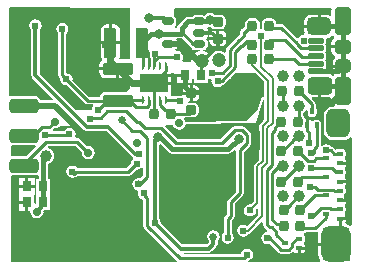
<source format=gbl>
G04 Layer_Physical_Order=2*
G04 Layer_Color=16711680*
%FSLAX25Y25*%
%MOIN*%
G70*
G01*
G75*
%ADD10R,0.03150X0.03543*%
G04:AMPARAMS|DCode=11|XSize=35.43mil|YSize=31.5mil|CornerRadius=7.87mil|HoleSize=0mil|Usage=FLASHONLY|Rotation=90.000|XOffset=0mil|YOffset=0mil|HoleType=Round|Shape=RoundedRectangle|*
%AMROUNDEDRECTD11*
21,1,0.03543,0.01575,0,0,90.0*
21,1,0.01969,0.03150,0,0,90.0*
1,1,0.01575,0.00787,0.00984*
1,1,0.01575,0.00787,-0.00984*
1,1,0.01575,-0.00787,-0.00984*
1,1,0.01575,-0.00787,0.00984*
%
%ADD11ROUNDEDRECTD11*%
G04:AMPARAMS|DCode=17|XSize=13.78mil|YSize=21.65mil|CornerRadius=3.45mil|HoleSize=0mil|Usage=FLASHONLY|Rotation=270.000|XOffset=0mil|YOffset=0mil|HoleType=Round|Shape=RoundedRectangle|*
%AMROUNDEDRECTD17*
21,1,0.01378,0.01476,0,0,270.0*
21,1,0.00689,0.02165,0,0,270.0*
1,1,0.00689,-0.00738,-0.00345*
1,1,0.00689,-0.00738,0.00345*
1,1,0.00689,0.00738,0.00345*
1,1,0.00689,0.00738,-0.00345*
%
%ADD17ROUNDEDRECTD17*%
G04:AMPARAMS|DCode=22|XSize=35.43mil|YSize=31.5mil|CornerRadius=7.87mil|HoleSize=0mil|Usage=FLASHONLY|Rotation=0.000|XOffset=0mil|YOffset=0mil|HoleType=Round|Shape=RoundedRectangle|*
%AMROUNDEDRECTD22*
21,1,0.03543,0.01575,0,0,0.0*
21,1,0.01969,0.03150,0,0,0.0*
1,1,0.01575,0.00984,-0.00787*
1,1,0.01575,-0.00984,-0.00787*
1,1,0.01575,-0.00984,0.00787*
1,1,0.01575,0.00984,0.00787*
%
%ADD22ROUNDEDRECTD22*%
G04:AMPARAMS|DCode=24|XSize=13.78mil|YSize=21.65mil|CornerRadius=3.45mil|HoleSize=0mil|Usage=FLASHONLY|Rotation=180.000|XOffset=0mil|YOffset=0mil|HoleType=Round|Shape=RoundedRectangle|*
%AMROUNDEDRECTD24*
21,1,0.01378,0.01476,0,0,180.0*
21,1,0.00689,0.02165,0,0,180.0*
1,1,0.00689,-0.00345,0.00738*
1,1,0.00689,0.00345,0.00738*
1,1,0.00689,0.00345,-0.00738*
1,1,0.00689,-0.00345,-0.00738*
%
%ADD24ROUNDEDRECTD24*%
G04:AMPARAMS|DCode=28|XSize=98.43mil|YSize=47.24mil|CornerRadius=11.81mil|HoleSize=0mil|Usage=FLASHONLY|Rotation=180.000|XOffset=0mil|YOffset=0mil|HoleType=Round|Shape=RoundedRectangle|*
%AMROUNDEDRECTD28*
21,1,0.09843,0.02362,0,0,180.0*
21,1,0.07480,0.04724,0,0,180.0*
1,1,0.02362,-0.03740,0.01181*
1,1,0.02362,0.03740,0.01181*
1,1,0.02362,0.03740,-0.01181*
1,1,0.02362,-0.03740,-0.01181*
%
%ADD28ROUNDEDRECTD28*%
%ADD32C,0.00984*%
%ADD33C,0.01181*%
%ADD34C,0.00787*%
%ADD35C,0.01575*%
%ADD36C,0.00906*%
%ADD37C,0.01969*%
%ADD38C,0.02756*%
%ADD39C,0.04724*%
%ADD40C,0.03937*%
%ADD41C,0.02441*%
%ADD42C,0.02362*%
%ADD43C,0.03150*%
%ADD44C,0.02559*%
%ADD45R,0.09370X0.06496*%
G04:AMPARAMS|DCode=46|XSize=9.84mil|YSize=27.56mil|CornerRadius=2.46mil|HoleSize=0mil|Usage=FLASHONLY|Rotation=0.000|XOffset=0mil|YOffset=0mil|HoleType=Round|Shape=RoundedRectangle|*
%AMROUNDEDRECTD46*
21,1,0.00984,0.02264,0,0,0.0*
21,1,0.00492,0.02756,0,0,0.0*
1,1,0.00492,0.00246,-0.01132*
1,1,0.00492,-0.00246,-0.01132*
1,1,0.00492,-0.00246,0.01132*
1,1,0.00492,0.00246,0.01132*
%
%ADD46ROUNDEDRECTD46*%
G04:AMPARAMS|DCode=47|XSize=102.36mil|YSize=43.31mil|CornerRadius=10.83mil|HoleSize=0mil|Usage=FLASHONLY|Rotation=90.000|XOffset=0mil|YOffset=0mil|HoleType=Round|Shape=RoundedRectangle|*
%AMROUNDEDRECTD47*
21,1,0.10236,0.02165,0,0,90.0*
21,1,0.08071,0.04331,0,0,90.0*
1,1,0.02165,0.01083,0.04035*
1,1,0.02165,0.01083,-0.04035*
1,1,0.02165,-0.01083,-0.04035*
1,1,0.02165,-0.01083,0.04035*
%
%ADD47ROUNDEDRECTD47*%
G04:AMPARAMS|DCode=48|XSize=102.36mil|YSize=43.31mil|CornerRadius=10.83mil|HoleSize=0mil|Usage=FLASHONLY|Rotation=0.000|XOffset=0mil|YOffset=0mil|HoleType=Round|Shape=RoundedRectangle|*
%AMROUNDEDRECTD48*
21,1,0.10236,0.02165,0,0,0.0*
21,1,0.08071,0.04331,0,0,0.0*
1,1,0.02165,0.04035,-0.01083*
1,1,0.02165,-0.04035,-0.01083*
1,1,0.02165,-0.04035,0.01083*
1,1,0.02165,0.04035,0.01083*
%
%ADD48ROUNDEDRECTD48*%
G04:AMPARAMS|DCode=49|XSize=23.62mil|YSize=41.34mil|CornerRadius=5.91mil|HoleSize=0mil|Usage=FLASHONLY|Rotation=90.000|XOffset=0mil|YOffset=0mil|HoleType=Round|Shape=RoundedRectangle|*
%AMROUNDEDRECTD49*
21,1,0.02362,0.02953,0,0,90.0*
21,1,0.01181,0.04134,0,0,90.0*
1,1,0.01181,0.01476,0.00591*
1,1,0.01181,0.01476,-0.00591*
1,1,0.01181,-0.01476,-0.00591*
1,1,0.01181,-0.01476,0.00591*
%
%ADD49ROUNDEDRECTD49*%
G04:AMPARAMS|DCode=50|XSize=93.5mil|YSize=55.12mil|CornerRadius=13.78mil|HoleSize=0mil|Usage=FLASHONLY|Rotation=270.000|XOffset=0mil|YOffset=0mil|HoleType=Round|Shape=RoundedRectangle|*
%AMROUNDEDRECTD50*
21,1,0.09350,0.02756,0,0,270.0*
21,1,0.06594,0.05512,0,0,270.0*
1,1,0.02756,-0.01378,-0.03297*
1,1,0.02756,-0.01378,0.03297*
1,1,0.02756,0.01378,0.03297*
1,1,0.02756,0.01378,-0.03297*
%
%ADD50ROUNDEDRECTD50*%
G04:AMPARAMS|DCode=51|XSize=46.26mil|YSize=55.12mil|CornerRadius=11.57mil|HoleSize=0mil|Usage=FLASHONLY|Rotation=270.000|XOffset=0mil|YOffset=0mil|HoleType=Round|Shape=RoundedRectangle|*
%AMROUNDEDRECTD51*
21,1,0.04626,0.03199,0,0,270.0*
21,1,0.02313,0.05512,0,0,270.0*
1,1,0.02313,-0.01599,-0.01157*
1,1,0.02313,-0.01599,0.01157*
1,1,0.02313,0.01599,0.01157*
1,1,0.02313,0.01599,-0.01157*
%
%ADD51ROUNDEDRECTD51*%
G04:AMPARAMS|DCode=52|XSize=46.26mil|YSize=51.18mil|CornerRadius=11.57mil|HoleSize=0mil|Usage=FLASHONLY|Rotation=270.000|XOffset=0mil|YOffset=0mil|HoleType=Round|Shape=RoundedRectangle|*
%AMROUNDEDRECTD52*
21,1,0.04626,0.02805,0,0,270.0*
21,1,0.02313,0.05118,0,0,270.0*
1,1,0.02313,-0.01403,-0.01157*
1,1,0.02313,-0.01403,0.01157*
1,1,0.02313,0.01403,0.01157*
1,1,0.02313,0.01403,-0.01157*
%
%ADD52ROUNDEDRECTD52*%
G04:AMPARAMS|DCode=53|XSize=58.07mil|YSize=78.74mil|CornerRadius=14.52mil|HoleSize=0mil|Usage=FLASHONLY|Rotation=270.000|XOffset=0mil|YOffset=0mil|HoleType=Round|Shape=RoundedRectangle|*
%AMROUNDEDRECTD53*
21,1,0.05807,0.04971,0,0,270.0*
21,1,0.02904,0.07874,0,0,270.0*
1,1,0.02904,-0.02485,-0.01452*
1,1,0.02904,-0.02485,0.01452*
1,1,0.02904,0.02485,0.01452*
1,1,0.02904,0.02485,-0.01452*
%
%ADD53ROUNDEDRECTD53*%
G04:AMPARAMS|DCode=54|XSize=58.07mil|YSize=82.68mil|CornerRadius=14.52mil|HoleSize=0mil|Usage=FLASHONLY|Rotation=270.000|XOffset=0mil|YOffset=0mil|HoleType=Round|Shape=RoundedRectangle|*
%AMROUNDEDRECTD54*
21,1,0.05807,0.05364,0,0,270.0*
21,1,0.02904,0.08268,0,0,270.0*
1,1,0.02904,-0.02682,-0.01452*
1,1,0.02904,-0.02682,0.01452*
1,1,0.02904,0.02682,0.01452*
1,1,0.02904,0.02682,-0.01452*
%
%ADD54ROUNDEDRECTD54*%
G04:AMPARAMS|DCode=55|XSize=17.72mil|YSize=54.33mil|CornerRadius=4.43mil|HoleSize=0mil|Usage=FLASHONLY|Rotation=90.000|XOffset=0mil|YOffset=0mil|HoleType=Round|Shape=RoundedRectangle|*
%AMROUNDEDRECTD55*
21,1,0.01772,0.04547,0,0,90.0*
21,1,0.00886,0.05433,0,0,90.0*
1,1,0.00886,0.02274,0.00443*
1,1,0.00886,0.02274,-0.00443*
1,1,0.00886,-0.02274,-0.00443*
1,1,0.00886,-0.02274,0.00443*
%
%ADD55ROUNDEDRECTD55*%
G04:AMPARAMS|DCode=56|XSize=78.74mil|YSize=94.49mil|CornerRadius=19.69mil|HoleSize=0mil|Usage=FLASHONLY|Rotation=180.000|XOffset=0mil|YOffset=0mil|HoleType=Round|Shape=RoundedRectangle|*
%AMROUNDEDRECTD56*
21,1,0.07874,0.05512,0,0,180.0*
21,1,0.03937,0.09449,0,0,180.0*
1,1,0.03937,-0.01969,0.02756*
1,1,0.03937,0.01969,0.02756*
1,1,0.03937,0.01969,-0.02756*
1,1,0.03937,-0.01969,-0.02756*
%
%ADD56ROUNDEDRECTD56*%
G04:AMPARAMS|DCode=57|XSize=118.11mil|YSize=98.43mil|CornerRadius=24.61mil|HoleSize=0mil|Usage=FLASHONLY|Rotation=270.000|XOffset=0mil|YOffset=0mil|HoleType=Round|Shape=RoundedRectangle|*
%AMROUNDEDRECTD57*
21,1,0.11811,0.04921,0,0,270.0*
21,1,0.06890,0.09843,0,0,270.0*
1,1,0.04921,-0.02461,-0.03445*
1,1,0.04921,-0.02461,0.03445*
1,1,0.04921,0.02461,0.03445*
1,1,0.04921,0.02461,-0.03445*
%
%ADD57ROUNDEDRECTD57*%
%ADD58C,0.02362*%
%ADD59C,0.01378*%
G36*
X41240Y86485D02*
X41240Y69348D01*
X37913D01*
X37677Y69789D01*
X37789Y69955D01*
X37950Y70768D01*
Y74303D01*
X34744D01*
X31538D01*
Y70768D01*
X31700Y69955D01*
X31980Y69536D01*
X31902Y68883D01*
X31668Y68726D01*
X31207Y68037D01*
X31046Y67224D01*
Y66642D01*
X37205D01*
Y66142D01*
X37705D01*
Y62936D01*
X41240D01*
Y59547D01*
X40194Y58501D01*
X33169D01*
X32440Y58356D01*
X31821Y57943D01*
X31408Y57324D01*
X31307Y56816D01*
X27706D01*
X22092Y62430D01*
X22126Y62598D01*
X21970Y63382D01*
X21526Y64046D01*
X20862Y64490D01*
X20079Y64646D01*
X20005Y64706D01*
Y77788D01*
X20148Y77883D01*
X20592Y78547D01*
X20748Y79331D01*
X20592Y80114D01*
X20148Y80778D01*
X19484Y81222D01*
X18701Y81378D01*
X17917Y81222D01*
X17253Y80778D01*
X16809Y80114D01*
X16654Y79331D01*
X16809Y78547D01*
X17253Y77883D01*
X17396Y77788D01*
Y63976D01*
X17495Y63477D01*
X17778Y63054D01*
X18065Y62767D01*
X18032Y62598D01*
X18187Y61815D01*
X18631Y61151D01*
X19295Y60707D01*
X20079Y60551D01*
X20247Y60585D01*
X26243Y54589D01*
X26666Y54307D01*
X27165Y54207D01*
X28828D01*
X28996Y53707D01*
X28620Y53146D01*
X28465Y52362D01*
X23312D01*
X11149Y64525D01*
Y79036D01*
X11192Y79064D01*
X11636Y79728D01*
X11791Y80512D01*
X11636Y81295D01*
X11192Y81959D01*
X10527Y82403D01*
X9744Y82559D01*
X8961Y82403D01*
X8297Y81959D01*
X7853Y81295D01*
X7697Y80512D01*
X7853Y79728D01*
X8297Y79064D01*
X8339Y79036D01*
Y63943D01*
X8446Y63406D01*
X8751Y62950D01*
X15584Y56117D01*
X15393Y55655D01*
X11528D01*
X11500Y55798D01*
X11065Y56449D01*
X10414Y56884D01*
X9646Y57037D01*
X2165D01*
X1484Y56901D01*
X984Y57163D01*
Y86226D01*
X1338Y86579D01*
X41240Y86485D01*
D02*
G37*
G36*
X86099Y55738D02*
Y49285D01*
X85606Y48793D01*
X85606Y48792D01*
X85606Y48792D01*
X84650Y47836D01*
X84389Y47446D01*
X84297Y46985D01*
X84297Y46985D01*
Y35826D01*
X82879Y34407D01*
X82617Y34016D01*
X82526Y33556D01*
X82526Y33555D01*
Y21917D01*
X81527Y20919D01*
X81240Y20976D01*
X80457Y20820D01*
X79792Y20376D01*
X79349Y19712D01*
X79193Y18928D01*
X79349Y18145D01*
X79792Y17481D01*
X80457Y17037D01*
X81240Y16881D01*
X82024Y17037D01*
X82688Y17481D01*
X83131Y18145D01*
X83287Y18928D01*
X83230Y19215D01*
X83639Y19624D01*
X84101Y19433D01*
Y17398D01*
X80349Y13647D01*
X79823Y13998D01*
X79039Y14154D01*
X78256Y13998D01*
X77592Y13555D01*
X77148Y12890D01*
X76992Y12107D01*
X77148Y11323D01*
X77592Y10659D01*
X78256Y10215D01*
X79039Y10060D01*
X79823Y10215D01*
X80487Y10659D01*
X80670Y10934D01*
X80973Y10994D01*
X81364Y11255D01*
X85173Y15065D01*
X85673Y14858D01*
Y14135D01*
X85773Y13636D01*
X86055Y13213D01*
X86962Y12306D01*
X87024Y12265D01*
X87022Y12212D01*
X86873Y11765D01*
X86224Y11636D01*
X85560Y11192D01*
X85116Y10527D01*
X84961Y9744D01*
X85116Y8961D01*
X85560Y8297D01*
X86224Y7853D01*
X87008Y7697D01*
X87778Y7850D01*
X90768Y4860D01*
X91191Y4578D01*
X91691Y4478D01*
X94136D01*
X94635Y4578D01*
X95059Y4860D01*
X95379Y5181D01*
X95876Y5132D01*
X95930Y5051D01*
X96375Y4754D01*
X96900Y4649D01*
X97138D01*
Y6365D01*
X97638D01*
Y6865D01*
X99716D01*
X99642Y7234D01*
X99345Y7678D01*
X99213Y7767D01*
X99192Y8348D01*
X99205Y8373D01*
X99442Y8728D01*
X99530Y9170D01*
Y9859D01*
X99442Y10300D01*
X99192Y10675D01*
X99116Y10725D01*
X99222Y11256D01*
X99502Y11312D01*
X100023Y11660D01*
X100041Y11688D01*
X102953D01*
X103452Y11787D01*
X103599Y11885D01*
X104065Y11595D01*
X103990Y11024D01*
Y8079D01*
X109941D01*
Y7079D01*
X103990D01*
Y4134D01*
X104109Y3230D01*
X104457Y2389D01*
X104698Y2075D01*
X104452Y1575D01*
X80797D01*
X80511Y2075D01*
X80544Y2132D01*
X81098Y2242D01*
X81763Y2686D01*
X82206Y3350D01*
X82362Y4134D01*
X82206Y4917D01*
X81763Y5582D01*
X81098Y6025D01*
X80315Y6181D01*
X79532Y6025D01*
X78867Y5582D01*
X78424Y4917D01*
X78292Y4257D01*
X58909D01*
X58883Y4296D01*
X59150Y4796D01*
X67523D01*
X68060Y4903D01*
X68516Y5207D01*
X70091Y6783D01*
X70396Y7238D01*
X70503Y7776D01*
Y8591D01*
X70588Y8648D01*
X71045Y9332D01*
X71205Y10138D01*
X71045Y10945D01*
X70588Y11628D01*
X69904Y12085D01*
X69098Y12246D01*
X68291Y12085D01*
X67608Y11628D01*
X67151Y10945D01*
X66991Y10138D01*
X67151Y9332D01*
X67608Y8648D01*
X67495Y8160D01*
X66941Y7606D01*
X58751D01*
X51545Y14812D01*
X51555Y14862D01*
X51399Y15646D01*
X50955Y16310D01*
X50913Y16338D01*
Y40779D01*
X51413Y40986D01*
X54164Y38235D01*
X54685Y37887D01*
X55300Y37764D01*
X55300Y37764D01*
X74057D01*
X74057Y37764D01*
X74672Y37887D01*
X75192Y38235D01*
X76035Y39077D01*
X76371Y38955D01*
X76510Y38845D01*
Y25147D01*
X73881Y22517D01*
X73598Y22094D01*
X73498Y21595D01*
Y17514D01*
X72900Y16916D01*
X72617Y16493D01*
X72518Y15993D01*
Y11386D01*
X72375Y11291D01*
X71931Y10626D01*
X71775Y9843D01*
X71931Y9060D01*
X72375Y8395D01*
X73039Y7952D01*
X73822Y7796D01*
X74606Y7952D01*
X75270Y8395D01*
X75714Y9060D01*
X75870Y9843D01*
X75714Y10626D01*
X75270Y11291D01*
X75127Y11386D01*
Y15453D01*
X75726Y16051D01*
X76008Y16475D01*
X76108Y16974D01*
Y21054D01*
X78737Y23684D01*
X79020Y24107D01*
X79120Y24607D01*
Y38364D01*
X81241Y40486D01*
X81524Y40909D01*
X81623Y41409D01*
Y43952D01*
X81524Y44451D01*
X81241Y44875D01*
X79565Y46550D01*
X79142Y46833D01*
X78643Y46933D01*
X76181D01*
X75682Y46833D01*
X75259Y46550D01*
X71450Y42742D01*
X57141D01*
X52983Y46900D01*
X53185Y47404D01*
X55565Y47455D01*
X55638Y47088D01*
X56116Y46372D01*
X56832Y45893D01*
X57677Y45725D01*
X58522Y45893D01*
X59238Y46372D01*
X59717Y47088D01*
X59808Y47545D01*
X83169Y48041D01*
X85605Y55813D01*
X86099Y55738D01*
D02*
G37*
G36*
X2165Y40660D02*
X9646D01*
X9707Y40672D01*
X9953Y40212D01*
X6778Y37037D01*
X2165D01*
X1961Y36996D01*
X1575Y37313D01*
Y40384D01*
X1961Y40701D01*
X2165Y40660D01*
D02*
G37*
G36*
X86099Y61644D02*
Y56927D01*
X85737Y56616D01*
X85599Y56606D01*
X85533Y56613D01*
X85474Y56596D01*
X85413Y56593D01*
X85325Y56552D01*
X85233Y56525D01*
X85185Y56486D01*
X85129Y56460D01*
X85064Y56389D01*
X84989Y56328D01*
X84959Y56274D01*
X84918Y56229D01*
X84885Y56138D01*
X84838Y56053D01*
X83781Y52679D01*
X81201Y50098D01*
X79877Y48774D01*
X59802Y48348D01*
X59717Y48778D01*
X59317Y49376D01*
X59498Y49876D01*
X60787D01*
X61286Y49976D01*
X61423Y50068D01*
X62598D01*
X63213Y50190D01*
X63734Y50538D01*
X64082Y51059D01*
X64204Y51673D01*
Y53248D01*
X64082Y53863D01*
X63734Y54383D01*
X63213Y54732D01*
X62598Y54854D01*
X60870D01*
X60697Y55123D01*
X60852Y55363D01*
X61114D01*
Y57472D01*
X58643D01*
X58307Y57197D01*
X57972Y57264D01*
X57189Y57108D01*
X57047Y57013D01*
X55571D01*
X55094Y57071D01*
Y60819D01*
X49409D01*
Y61819D01*
X55094D01*
Y64567D01*
X56006D01*
Y64370D01*
X56874Y64039D01*
Y61205D01*
X62024D01*
Y62795D01*
X62598D01*
Y61417D01*
X67323D01*
Y62795D01*
X68075D01*
X68485Y62295D01*
X68429Y62011D01*
X68585Y61228D01*
X69028Y60563D01*
X69692Y60119D01*
X70476Y59964D01*
X71259Y60119D01*
X71924Y60563D01*
X72055Y60760D01*
X72284Y60806D01*
X72707Y61088D01*
X74414Y62795D01*
X74808D01*
Y63190D01*
X76186Y64567D01*
X83176D01*
X86099Y61644D01*
D02*
G37*
G36*
X105000Y56580D02*
X107182D01*
X107902Y56723D01*
X108402Y56391D01*
Y55463D01*
X108587Y54535D01*
X108965Y53969D01*
X108812Y53595D01*
X108709Y53462D01*
X108040Y53374D01*
X107370Y53096D01*
X106794Y52654D01*
X106353Y52079D01*
X106075Y51408D01*
X105980Y50689D01*
Y45177D01*
X106075Y44458D01*
X106353Y43787D01*
X106794Y43212D01*
X107370Y42770D01*
X108040Y42492D01*
X108760Y42397D01*
X112697D01*
X113416Y42492D01*
X114087Y42770D01*
X114657Y43208D01*
X114681Y43205D01*
X115157Y43036D01*
X115157Y13901D01*
X114657Y13655D01*
X114147Y14047D01*
X113305Y14395D01*
X113201Y14409D01*
X113107Y14554D01*
X113002Y14939D01*
X113225Y15273D01*
X113299Y15642D01*
X111221D01*
Y16642D01*
X113298D01*
X113225Y17011D01*
X112928Y17456D01*
X112796Y17544D01*
X112775Y18125D01*
X112788Y18150D01*
X113025Y18505D01*
X113113Y18947D01*
Y19636D01*
X113025Y20077D01*
X112848Y20341D01*
X112841Y20741D01*
X112894Y20973D01*
X112928Y20996D01*
X113225Y21441D01*
X113299Y21810D01*
X111221D01*
Y22810D01*
X113298D01*
X113225Y23179D01*
X112928Y23623D01*
X112796Y23712D01*
X112775Y24293D01*
X112788Y24318D01*
X113025Y24673D01*
X113113Y25115D01*
Y25804D01*
X113025Y26245D01*
X112848Y26509D01*
X112841Y26909D01*
X112894Y27141D01*
X112928Y27164D01*
X113225Y27609D01*
X113299Y27978D01*
X111220D01*
Y28978D01*
X113298D01*
X113225Y29347D01*
X112928Y29792D01*
X112796Y29880D01*
X112775Y30461D01*
X112788Y30487D01*
X113025Y30841D01*
X113113Y31283D01*
Y31972D01*
X113025Y32413D01*
X112848Y32677D01*
X112841Y33077D01*
X112894Y33309D01*
X112928Y33332D01*
X113225Y33777D01*
X113299Y34146D01*
X111221D01*
Y35146D01*
X113298D01*
X113225Y35515D01*
X112928Y35959D01*
X112796Y36048D01*
X112775Y36629D01*
X112788Y36654D01*
X113025Y37009D01*
X113113Y37451D01*
Y38140D01*
X113025Y38581D01*
X112775Y38956D01*
X112400Y39206D01*
X111959Y39294D01*
X110482D01*
X110041Y39206D01*
X109887Y39103D01*
X109090Y39901D01*
X108667Y40184D01*
X108253Y40266D01*
X108146Y40426D01*
X107482Y40870D01*
X106698Y41026D01*
X105915Y40870D01*
X105348Y40491D01*
X104998Y40606D01*
X104848Y40712D01*
Y45906D01*
X104954Y46064D01*
X105042Y46506D01*
Y47982D01*
X104954Y48424D01*
X104704Y48798D01*
X104329Y49049D01*
X103888Y49136D01*
X103199D01*
X102757Y49049D01*
X102402Y48812D01*
X102377Y48798D01*
X101796Y48820D01*
X101707Y48952D01*
X101263Y49249D01*
X100894Y49322D01*
Y47244D01*
X99894D01*
Y49409D01*
X99490Y49752D01*
X99416Y50122D01*
X99068Y50643D01*
X98904Y50753D01*
X98921Y51229D01*
X98973Y51250D01*
X99548Y51692D01*
X99970Y52241D01*
X100022Y52245D01*
X100470Y52027D01*
Y51230D01*
X100558Y50789D01*
X100808Y50414D01*
X101182Y50164D01*
X101624Y50076D01*
X102313D01*
X102755Y50164D01*
X103129Y50414D01*
X103379Y50789D01*
X103467Y51230D01*
Y52707D01*
X103379Y53148D01*
X103175Y53454D01*
Y54232D01*
X103075Y54732D01*
X102793Y55155D01*
X101867Y56080D01*
X102075Y56580D01*
X104000D01*
Y60532D01*
X105000D01*
Y56580D01*
D02*
G37*
G36*
X109134Y76962D02*
X109336Y76827D01*
Y76327D01*
X109051Y76136D01*
X108574Y75423D01*
X108407Y74582D01*
Y73925D01*
X112205D01*
Y72925D01*
X108407D01*
Y72269D01*
X108574Y71427D01*
X109051Y70714D01*
X109527Y70395D01*
X109549Y69809D01*
X109444Y69739D01*
X108968Y69025D01*
X108800Y68184D01*
Y67528D01*
X112401D01*
Y66528D01*
X108800D01*
Y65871D01*
X108968Y65030D01*
X109292Y64544D01*
X109192Y64036D01*
X108804Y63848D01*
X108139Y64293D01*
X107182Y64483D01*
X107138D01*
X106914Y64756D01*
X103122D01*
Y65756D01*
X106855D01*
X106755Y66262D01*
X106444Y66727D01*
X106555Y66892D01*
X106650Y67372D01*
Y68258D01*
X106555Y68738D01*
X106316Y69095D01*
X106555Y69451D01*
X106650Y69931D01*
Y70817D01*
X106555Y71297D01*
X106316Y71654D01*
X106555Y72010D01*
X106650Y72490D01*
Y73376D01*
X106555Y73856D01*
X106316Y74213D01*
X106555Y74569D01*
X106650Y75049D01*
Y75935D01*
X107083Y76323D01*
X107745Y76455D01*
X108556Y76997D01*
X108577Y77029D01*
X109000D01*
X109134Y76962D01*
D02*
G37*
G36*
X25981Y45719D02*
X26437Y45415D01*
X26975Y45308D01*
X33512D01*
X42018Y36802D01*
X42314Y36604D01*
X42370Y36109D01*
X42348Y36026D01*
X42157Y35898D01*
X41713Y35234D01*
X41578Y34553D01*
X40022Y32998D01*
X23658D01*
X23496Y33241D01*
X22832Y33684D01*
X22048Y33840D01*
X21265Y33684D01*
X20601Y33241D01*
X20157Y32576D01*
X20001Y31793D01*
X20157Y31010D01*
X20601Y30345D01*
X21265Y29901D01*
X22048Y29746D01*
X22832Y29901D01*
X22867Y29925D01*
X23153Y29982D01*
X23576Y30265D01*
X23700Y30388D01*
X40563D01*
X41062Y30488D01*
X41485Y30770D01*
X43199Y32484D01*
X43604Y32403D01*
X44388Y32559D01*
X45052Y33003D01*
X45243Y33288D01*
X45743Y33136D01*
Y30560D01*
X44799Y29616D01*
X44526Y29799D01*
X44027Y29898D01*
X43528Y29799D01*
X43105Y29516D01*
X43069Y29462D01*
X42579Y29135D01*
X42136Y28471D01*
X41980Y27688D01*
X42136Y26904D01*
X42579Y26240D01*
X43244Y25796D01*
X43555Y25734D01*
X43977Y25489D01*
X43821Y24706D01*
X43977Y23923D01*
X44421Y23258D01*
X45085Y22815D01*
X45257Y22780D01*
X45703Y22334D01*
Y13827D01*
X45803Y13327D01*
X46085Y12904D01*
X56915Y2075D01*
X56891Y1888D01*
X56741Y1575D01*
X1575D01*
X1575Y30384D01*
X1961Y30701D01*
X2165Y30660D01*
X9646D01*
X10296Y30790D01*
X10796Y30513D01*
Y29528D01*
X10039D01*
Y24409D01*
X10039Y24409D01*
X9957Y24106D01*
X9957Y24106D01*
X9957Y23944D01*
Y21227D01*
X9882Y21192D01*
X9382Y21509D01*
Y24197D01*
X9465D01*
Y26469D01*
X6890D01*
X4315D01*
Y24319D01*
X4232D01*
Y22047D01*
X6807D01*
Y21547D01*
X7307D01*
Y18776D01*
X7807D01*
X8029Y18505D01*
X8197Y17660D01*
X8676Y16944D01*
X9392Y16465D01*
X10237Y16297D01*
X11082Y16465D01*
X11798Y16944D01*
X12276Y17660D01*
X12444Y18505D01*
X12425Y18605D01*
X12764Y18988D01*
X14681D01*
Y24106D01*
X14681Y24106D01*
X14764Y24409D01*
X14764Y24409D01*
X14764Y24572D01*
Y29528D01*
X14007D01*
Y34423D01*
X14007Y34423D01*
X14678Y34701D01*
X15254Y35143D01*
X15695Y35718D01*
X15973Y36389D01*
X16068Y37108D01*
X15973Y37828D01*
X15695Y38498D01*
X15254Y39074D01*
X14678Y39515D01*
X14007Y39793D01*
X13950Y39801D01*
X13930Y40292D01*
X14429Y40391D01*
X14601Y40506D01*
X23203D01*
X25216Y38493D01*
X25156Y38191D01*
X25324Y37346D01*
X25802Y36630D01*
X26519Y36151D01*
X27363Y35983D01*
X28208Y36151D01*
X28925Y36630D01*
X29403Y37346D01*
X29571Y38191D01*
X29403Y39036D01*
X28925Y39752D01*
X28208Y40231D01*
X27363Y40399D01*
X27061Y40338D01*
X24666Y42733D01*
X24243Y43016D01*
X23743Y43116D01*
X23156D01*
X22921Y43557D01*
X22955Y43608D01*
X23111Y44392D01*
X22955Y45175D01*
X22512Y45840D01*
X21847Y46283D01*
X21064Y46439D01*
X20281Y46283D01*
X19616Y45840D01*
X19324Y45401D01*
X15670D01*
X15463Y45901D01*
X15841Y46280D01*
X16142Y46220D01*
X16987Y46388D01*
X17704Y46866D01*
X17824Y47047D01*
X24653D01*
X25981Y45719D01*
D02*
G37*
G36*
X108152Y86394D02*
X108523Y85893D01*
X108402Y85285D01*
Y84069D01*
X107961Y83833D01*
X107745Y83978D01*
X106788Y84168D01*
X104803D01*
Y80216D01*
X104303D01*
Y79716D01*
X99318D01*
Y78765D01*
X99468Y78011D01*
X99418Y77890D01*
X99184Y77564D01*
X99109Y77506D01*
X98491Y77384D01*
X97827Y76940D01*
X97523Y76486D01*
X96931Y76371D01*
X92556Y80745D01*
X92133Y81028D01*
X91634Y81127D01*
X89991D01*
Y81299D01*
X89869Y81914D01*
X89521Y82435D01*
X89000Y82783D01*
X88386Y82905D01*
X86811D01*
X86197Y82783D01*
X85676Y82435D01*
X85328Y81914D01*
X85205Y81299D01*
Y79445D01*
X85093Y79309D01*
X84923D01*
X84480Y79763D01*
Y81299D01*
X84357Y81914D01*
X84009Y82435D01*
X83489Y82783D01*
X82874Y82905D01*
X81299D01*
X80685Y82783D01*
X80164Y82435D01*
X79816Y81914D01*
X79694Y81299D01*
Y80365D01*
X78841Y79513D01*
X78423Y79233D01*
X78251Y79061D01*
X77968Y78638D01*
X77869Y78139D01*
Y77556D01*
X76898Y76586D01*
X76731Y76474D01*
X73627Y73370D01*
X73344Y72947D01*
X73245Y72448D01*
Y71673D01*
X72745Y71426D01*
X72455Y71649D01*
X71688Y71966D01*
X70866Y72074D01*
X70044Y71966D01*
X69278Y71649D01*
X68620Y71144D01*
X68348Y70789D01*
X67718Y70789D01*
X67555Y71000D01*
X66853Y71539D01*
X66035Y71878D01*
X65751Y71915D01*
X65748Y72414D01*
X66286Y72521D01*
X66742Y72825D01*
X67046Y73281D01*
X67153Y73819D01*
Y75000D01*
X67046Y75538D01*
X66742Y75993D01*
X66932Y76468D01*
X67246Y76938D01*
X67370Y77559D01*
Y77650D01*
X64272D01*
Y78650D01*
X67370D01*
Y78740D01*
X67246Y79361D01*
X67065Y79632D01*
X67365Y80082D01*
X67913Y79973D01*
X68268Y80044D01*
X68451Y79770D01*
X68972Y79422D01*
X69587Y79300D01*
X71555D01*
X72170Y79422D01*
X72690Y79770D01*
X73039Y80291D01*
X73161Y80905D01*
Y82480D01*
X73039Y83095D01*
X72690Y83616D01*
X72170Y83964D01*
X71555Y84086D01*
X69615D01*
X68835Y84607D01*
X67913Y84790D01*
X66992Y84607D01*
X66210Y84085D01*
X66038Y83828D01*
X65748Y83885D01*
X62795D01*
X62258Y83778D01*
X61834Y83495D01*
X60728D01*
X60728Y83495D01*
X60114Y83373D01*
X59593Y83025D01*
X59593Y83025D01*
X57329Y80761D01*
X56981Y80240D01*
X56887Y79765D01*
X56405Y79541D01*
X56138Y79658D01*
X56115Y80177D01*
X56308Y80306D01*
X56613Y80762D01*
X56720Y81299D01*
Y82480D01*
X56613Y83018D01*
X56308Y83474D01*
X56004Y83677D01*
Y86126D01*
X56358Y86479D01*
X108152Y86394D01*
D02*
G37*
G36*
X61345Y73487D02*
X61474Y73401D01*
X61497Y73281D01*
X61802Y72825D01*
X62258Y72521D01*
X62795Y72414D01*
X64520D01*
X64553Y71914D01*
X64280Y71878D01*
X63462Y71539D01*
X62760Y71000D01*
X62221Y70298D01*
X61882Y69480D01*
X61766Y68602D01*
X61705Y68533D01*
X58967D01*
X58700Y69033D01*
X58880Y69301D01*
X59035Y70085D01*
X58880Y70868D01*
X58436Y71532D01*
X57772Y71976D01*
X56988Y72132D01*
X56952Y72125D01*
X56400Y72522D01*
X56388Y72623D01*
X56462Y72672D01*
X56813Y73198D01*
X56937Y73819D01*
Y73909D01*
X53839D01*
Y74909D01*
X56937D01*
Y75000D01*
X56813Y75621D01*
X56725Y75753D01*
X56992Y76253D01*
X58110D01*
X58110Y76253D01*
X58502Y76330D01*
X61345Y73487D01*
D02*
G37*
%LPC*%
G36*
X35827Y80962D02*
X35244D01*
Y75303D01*
X37950D01*
Y78839D01*
X37789Y79651D01*
X37328Y80340D01*
X36639Y80800D01*
X35827Y80962D01*
D02*
G37*
G36*
X34244D02*
X33661D01*
X32849Y80800D01*
X32160Y80340D01*
X31700Y79651D01*
X31538Y78839D01*
Y75303D01*
X34244D01*
Y80962D01*
D02*
G37*
G36*
X36705Y65642D02*
X31046D01*
Y65059D01*
X31207Y64246D01*
X31668Y63557D01*
X32357Y63097D01*
X33169Y62936D01*
X36705D01*
Y65642D01*
D02*
G37*
G36*
X99716Y5865D02*
X98138D01*
Y4649D01*
X98376D01*
X98901Y4754D01*
X99345Y5051D01*
X99642Y5496D01*
X99716Y5865D01*
D02*
G37*
G36*
X64421Y57472D02*
X62114D01*
Y55363D01*
X62598D01*
X63296Y55501D01*
X63887Y55896D01*
X64282Y56488D01*
X64421Y57185D01*
Y57472D01*
D02*
G37*
G36*
X61114Y60582D02*
X60630D01*
X59933Y60444D01*
X59341Y60049D01*
X58946Y59457D01*
X58807Y58760D01*
Y58473D01*
X61114D01*
Y60582D01*
D02*
G37*
G36*
X62598D02*
X62114D01*
Y58473D01*
X64421D01*
Y58760D01*
X64282Y59457D01*
X63887Y60049D01*
X63296Y60444D01*
X62598Y60582D01*
D02*
G37*
G36*
X9465Y29740D02*
X7390D01*
Y27468D01*
X9465D01*
Y29740D01*
D02*
G37*
G36*
X6390D02*
X4315D01*
Y27468D01*
X6390D01*
Y29740D01*
D02*
G37*
G36*
X6307Y21047D02*
X4232D01*
Y18776D01*
X6307D01*
Y21047D01*
D02*
G37*
G36*
X70071Y78791D02*
X69587D01*
X68889Y78652D01*
X68298Y78257D01*
X67903Y77666D01*
X67764Y76968D01*
Y76681D01*
X70071D01*
Y78791D01*
D02*
G37*
G36*
X103803Y84168D02*
X101818D01*
X100861Y83978D01*
X100050Y83436D01*
X99508Y82625D01*
X99318Y81668D01*
Y80717D01*
X103803D01*
Y84168D01*
D02*
G37*
G36*
X71555Y78791D02*
X71071D01*
Y76681D01*
X73378D01*
Y76968D01*
X73239Y77666D01*
X72844Y78257D01*
X72253Y78652D01*
X71555Y78791D01*
D02*
G37*
G36*
X73378Y75681D02*
X71071D01*
Y73571D01*
X71555D01*
X72253Y73710D01*
X72844Y74105D01*
X73239Y74696D01*
X73378Y75394D01*
Y75681D01*
D02*
G37*
G36*
X70071D02*
X67764D01*
Y75394D01*
X67903Y74696D01*
X68298Y74105D01*
X68889Y73710D01*
X69587Y73571D01*
X70071D01*
Y75681D01*
D02*
G37*
%LPD*%
D10*
X59449Y63976D02*
D03*
X64961D02*
D03*
X6890Y26969D02*
D03*
X12402D02*
D03*
X6807Y21547D02*
D03*
X12319D02*
D03*
D11*
X91929Y58661D02*
D03*
X97441D02*
D03*
X97146Y48524D02*
D03*
X91634D02*
D03*
X91604Y38642D02*
D03*
X97116D02*
D03*
X91604Y28425D02*
D03*
X97116D02*
D03*
X92490Y19094D02*
D03*
X98002D02*
D03*
X92588Y13780D02*
D03*
X98100D02*
D03*
X82087Y69488D02*
D03*
X87598D02*
D03*
X54921Y51181D02*
D03*
X49409D02*
D03*
X82087Y80315D02*
D03*
X87598D02*
D03*
X82087Y73966D02*
D03*
X87598D02*
D03*
D17*
X111221Y37795D02*
D03*
Y34646D02*
D03*
X106496Y36220D02*
D03*
X111221Y31627D02*
D03*
Y28478D02*
D03*
X106496Y30053D02*
D03*
X111221Y25459D02*
D03*
Y22310D02*
D03*
X106496Y23885D02*
D03*
X111221Y19291D02*
D03*
Y16142D02*
D03*
X106496Y17717D02*
D03*
X97638Y9514D02*
D03*
Y6365D02*
D03*
X92913Y7940D02*
D03*
D22*
X61614Y52461D02*
D03*
Y57973D02*
D03*
X70571Y76181D02*
D03*
Y81693D02*
D03*
D24*
X103543Y47244D02*
D03*
X100394D02*
D03*
X101969Y51968D02*
D03*
D28*
X5906Y53848D02*
D03*
Y43848D02*
D03*
Y33848D02*
D03*
D32*
X12894Y44097D02*
X21064D01*
X18701Y63976D02*
Y79331D01*
Y63976D02*
X20079Y62598D01*
X27165Y55512D02*
X33661D01*
X20079Y62598D02*
X27165Y55512D01*
X95276Y7940D02*
X96850Y9514D01*
X97638D01*
X90004Y10849D02*
Y11764D01*
Y10849D02*
X92913Y7940D01*
X87504Y9969D02*
X91691Y5783D01*
X95276Y6922D02*
Y7940D01*
X94136Y5783D02*
X95276Y6922D01*
X91691Y5783D02*
X94136D01*
X97146Y48524D02*
X97583Y48961D01*
X86978Y14135D02*
X87885Y13229D01*
X88540D01*
X90004Y11764D01*
X74472Y56152D02*
X75937Y54688D01*
X74472Y56152D02*
Y57129D01*
X73333Y58268D02*
X74472Y57129D01*
X97638Y67815D02*
X103122D01*
X76321Y66547D02*
Y71695D01*
X74550Y67281D02*
Y72448D01*
X93095Y75630D02*
X98745Y69980D01*
X87785Y75630D02*
X93095D01*
X87598Y75443D02*
X87785Y75630D01*
X91634Y79823D02*
X96774Y74682D01*
Y74457D02*
Y74682D01*
X98298Y72933D02*
X103122D01*
X96774Y74457D02*
X98298Y72933D01*
X71785Y62011D02*
X76321Y66547D01*
X70476Y62011D02*
X71785D01*
X72130Y64862D02*
X74550Y67281D01*
X68701Y64862D02*
X72130D01*
X70571Y74016D02*
Y76181D01*
X71949Y58268D02*
X73333D01*
X52067Y63976D02*
X53347Y65256D01*
X49409Y61319D02*
X52067Y63976D01*
X59449D01*
X64961Y68405D02*
X65158Y68602D01*
X64961Y63976D02*
Y68405D01*
X49409Y61319D02*
X49409Y61319D01*
Y55709D02*
Y61319D01*
X53347Y65256D02*
Y66929D01*
X53617Y52486D02*
X54921Y51181D01*
X52800Y52486D02*
X53617D01*
X49409Y51181D02*
X49409Y51181D01*
X46909Y72000D02*
X47109Y71801D01*
Y69933D02*
Y71801D01*
Y69933D02*
X47441Y69600D01*
Y66929D02*
Y69600D01*
X54921Y51181D02*
X60787D01*
X61611Y52005D01*
X51378Y53907D02*
X52800Y52486D01*
X106698Y38978D02*
X108167D01*
X99034Y36906D02*
X100446Y35494D01*
X97501Y38438D02*
X99034Y36906D01*
X97298Y38642D02*
X97501Y38438D01*
X97116Y38642D02*
X97298D01*
X45868Y24013D02*
X47008Y22874D01*
Y13827D02*
Y22874D01*
X108167Y38978D02*
X109350Y37795D01*
X45868Y24013D02*
Y24706D01*
X100891Y41242D02*
Y41531D01*
X103543Y40359D02*
Y47244D01*
X101678Y17028D02*
X102428D01*
X105085Y19685D01*
X107907D01*
X108301Y19291D02*
X111221D01*
X107907Y19685D02*
X108301Y19291D01*
X106496Y16535D02*
Y17717D01*
X102953Y12992D02*
X106496Y16535D01*
X98002Y19094D02*
X102785Y23878D01*
X108660Y32974D02*
X110007Y31627D01*
X101580Y32974D02*
X108660D01*
X101181Y26772D02*
X102854D01*
X101481Y37994D02*
X102462D01*
X102517Y35494D02*
X103243Y36220D01*
X100446Y35494D02*
X102517D01*
X102462Y39278D02*
X103543Y40359D01*
X103243Y36220D02*
X106496D01*
X100689Y41733D02*
X100891Y41531D01*
X98743Y30053D02*
X106496D01*
X102854Y26772D02*
X103773Y25853D01*
X86978Y22278D02*
X86978Y22278D01*
X88750Y23012D02*
Y31476D01*
Y23012D02*
X88750Y23012D01*
X68602Y78150D02*
X70571Y76181D01*
X64272Y78150D02*
X68602D01*
X51378Y53907D02*
Y55709D01*
X41240Y55512D02*
X43406Y53347D01*
X46850D01*
X47441Y53937D01*
Y55709D01*
X37205Y55512D02*
X37402Y55709D01*
X45472D01*
X45374Y74803D02*
X45472Y74705D01*
Y66929D02*
Y74705D01*
X58268Y18994D02*
X58369Y19095D01*
X109482Y25459D02*
X111221D01*
X109088Y25853D02*
X109482Y25459D01*
X103773Y25853D02*
X109088D01*
X109350Y37795D02*
X111221D01*
X100831Y41875D02*
Y45079D01*
X100394Y45516D02*
Y47244D01*
Y45516D02*
X100831Y45079D01*
X100689Y41733D02*
X100831Y41875D01*
X102785Y23878D02*
X106490D01*
X106496Y23885D01*
X101870Y52067D02*
X101969Y51968D01*
X101870Y52067D02*
Y54232D01*
X97441Y58661D02*
X101870Y54232D01*
X91929Y58661D02*
X92246Y58345D01*
Y53657D02*
Y58345D01*
X97116Y18209D02*
X98002Y19094D01*
X91604Y18209D02*
X92134D01*
X97583Y48961D02*
Y53657D01*
X109941Y7579D02*
X111221Y8858D01*
X110007Y31627D02*
X111221D01*
X91604Y38642D02*
X91960D01*
X95494Y42176D01*
Y42532D01*
X96620Y43657D01*
X97583D01*
X91960Y28425D02*
X97192Y33658D01*
X91604Y28425D02*
X91960D01*
X97192Y33658D02*
X97583D01*
X90931D02*
X92246D01*
X88750Y31476D02*
X90931Y33658D01*
X97409Y23658D02*
X97583D01*
X94261Y20510D02*
X97409Y23658D01*
X94261Y20336D02*
Y20510D01*
X97116Y28425D02*
X98743Y30053D01*
X80949Y79776D02*
Y79823D01*
X76321Y71695D02*
X78405Y73779D01*
X78443D01*
X80106Y75443D01*
X74550Y72448D02*
X77653Y75551D01*
X77709D01*
X22048Y31793D02*
X22654Y31187D01*
X22654D01*
X5906Y33848D02*
Y34319D01*
X13930Y41597D02*
X14144Y41811D01*
X5906Y34319D02*
X13183Y41597D01*
X13930D01*
X5906Y43848D02*
X10394D01*
Y45132D02*
X11859Y46597D01*
X14313D01*
X16142Y48426D01*
Y48428D01*
X23743Y41811D02*
X27363Y38191D01*
X14144Y41811D02*
X23743D01*
X43320Y34451D02*
X43604D01*
X23160Y31693D02*
X40563D01*
X43320Y34451D01*
X46215Y46358D02*
X51679D01*
X33661Y55512D02*
X37205D01*
X51679Y46358D02*
X56600Y41437D01*
X43752Y48329D02*
X44244D01*
X46215Y46358D01*
X30512Y52362D02*
X33661Y55512D01*
X28602Y49862D02*
X31547D01*
X33752Y52067D01*
X28051Y49311D02*
X28602Y49862D01*
X47008Y13827D02*
X57882Y2953D01*
X79134D01*
X80315Y4134D01*
X89763Y45768D02*
Y46652D01*
X91634Y48524D01*
X95965Y69488D02*
X97638Y67815D01*
X87598Y69488D02*
X95965D01*
X79484Y78311D02*
X80949Y79776D01*
X77709Y75551D02*
X79173Y77016D01*
Y78139D01*
X79346Y78311D01*
X79484D01*
X47047Y30020D02*
Y42913D01*
X44715Y27688D02*
X47047Y30020D01*
X44027Y27688D02*
Y28594D01*
Y27688D02*
X44715D01*
X80106Y75443D02*
X82087D01*
X87598Y79823D02*
X91634D01*
X98745Y69980D02*
X103122D01*
X22654Y31187D02*
X23160Y31693D01*
X49409Y66929D02*
Y68701D01*
Y70769D01*
X57480Y55709D02*
X57972Y55216D01*
X53347Y55709D02*
X57480D01*
X37205Y55512D02*
X39075D01*
X33752Y52067D02*
X40014D01*
X43752Y48329D01*
X41978Y45522D02*
X44439D01*
X47047Y42913D01*
X38583Y48917D02*
X41978Y45522D01*
X87279Y9744D02*
X87504Y9969D01*
X87008Y9744D02*
X87279D01*
X86978Y14135D02*
Y15332D01*
X86978Y15332D01*
X102462Y37994D02*
Y39278D01*
X90127Y14469D02*
X92588D01*
X97116Y12992D02*
X102953D01*
X92134Y18209D02*
X94261Y20336D01*
X80949Y79823D02*
X82087D01*
X58465Y78212D02*
X62267Y74410D01*
X64272D01*
X49409Y70769D02*
X49609Y70968D01*
X71990Y41437D02*
X76181Y45628D01*
X56600Y41437D02*
X71990D01*
X76181Y45628D02*
X78643D01*
X80319Y43952D01*
Y41409D02*
Y43952D01*
X88750Y15846D02*
X90127Y14469D01*
X88750Y15846D02*
Y23012D01*
X86978Y15332D02*
Y22278D01*
X86978Y22278D02*
Y32210D01*
X88750Y33982D01*
Y44755D01*
X89763Y45768D01*
X77815Y38905D02*
X80319Y41409D01*
X77815Y24607D02*
Y38905D01*
X74803Y21595D02*
X77815Y24607D01*
X74803Y16974D02*
Y21595D01*
X50889Y70181D02*
X56988D01*
X49409Y68701D02*
X50889Y70181D01*
X49409Y51181D02*
Y55709D01*
X73822Y9843D02*
Y15993D01*
X74803Y16974D01*
X10394Y43848D02*
Y45132D01*
X58268Y18994D02*
X58467Y18794D01*
X65158Y68602D02*
X70571Y74016D01*
X111221Y8858D02*
Y16142D01*
D33*
X10237Y18505D02*
X12319Y20587D01*
Y21547D01*
X49508Y14862D02*
Y42322D01*
X50593Y43408D01*
X9744Y63943D02*
Y80512D01*
X43012Y37795D02*
X44390D01*
X9744Y63943D02*
X26975Y46713D01*
X34095D01*
X43012Y37795D01*
X47441Y83071D02*
X52658D01*
X53839Y81890D01*
X49508Y14862D02*
X58169Y6201D01*
X67523D01*
X69098Y7776D02*
Y10138D01*
X67523Y6201D02*
X69098Y7776D01*
D34*
X84842Y66831D02*
X84941D01*
X84842Y69615D02*
Y76961D01*
X84941Y66831D02*
X88878Y62894D01*
X84842Y66831D02*
Y69557D01*
X83730Y21418D02*
Y33556D01*
X85502Y46985D02*
X86458Y47941D01*
X86458D01*
X87303Y48786D01*
Y62143D01*
X88878Y50323D02*
X88878Y50323D01*
X88878Y48134D02*
Y50323D01*
X88878Y50323D02*
Y62894D01*
X82087Y67360D02*
X87303Y62143D01*
X82087Y67360D02*
Y69488D01*
X87076Y46332D02*
X88878Y48134D01*
X80512Y12107D02*
X85305Y16899D01*
X79039Y12107D02*
X80512D01*
X81240Y18928D02*
X83730Y21418D01*
X85305Y16899D02*
Y32903D01*
X87076Y34675D01*
Y46332D01*
X83730Y33556D02*
X85502Y35327D01*
Y46985D01*
D35*
X59449Y60138D02*
Y63976D01*
Y60138D02*
X61614Y57973D01*
X61910Y58268D01*
X108587Y55527D02*
X111820Y58760D01*
X112205D01*
X12319Y26886D02*
X12402Y26969D01*
X12319Y21547D02*
Y26886D01*
X12402Y26969D02*
Y36220D01*
X58465Y78212D02*
Y79626D01*
X58110Y77858D02*
X58465Y78212D01*
Y79626D02*
X60728Y81890D01*
X64272D01*
X45374Y74803D02*
X48429Y77858D01*
X50987D01*
X112205Y58760D02*
Y66831D01*
X112402Y67028D01*
X110630Y65256D02*
X112205Y66831D01*
X103122Y65256D02*
X110630D01*
X110433Y60532D02*
X112205Y58760D01*
X104500Y60532D02*
X110433D01*
X104303Y80216D02*
X110433D01*
X64272Y81890D02*
X67421D01*
X67913Y82382D01*
X55300Y39370D02*
X74057D01*
X50987Y77858D02*
X58110D01*
X61910Y58268D02*
X71949D01*
X74057Y39370D02*
X77461Y42774D01*
X50674Y43996D02*
X55300Y39370D01*
X50591Y43996D02*
X50674D01*
X108587Y54535D02*
Y55527D01*
X112205Y73425D02*
Y81988D01*
Y66831D02*
Y73425D01*
X110433Y80216D02*
X112205Y81988D01*
D36*
X83823Y45448D02*
X83828Y45453D01*
X65850Y9449D02*
X66440Y8859D01*
X83823Y39432D02*
Y45448D01*
D37*
X5906Y53848D02*
X16132D01*
X25492Y44488D01*
X53839Y74410D02*
X58109D01*
X63916Y68602D02*
X65158D01*
X58109Y74410D02*
X63916Y68602D01*
D38*
X57677Y47933D02*
D03*
X43504Y41437D02*
D03*
X10237Y18505D02*
D03*
X16142Y48428D02*
D03*
X27363Y38191D02*
D03*
D39*
X70866Y68898D02*
D03*
X65158Y68602D02*
D03*
D40*
X92246Y63657D02*
D03*
Y53657D02*
D03*
Y43657D02*
D03*
Y33658D02*
D03*
Y23658D02*
D03*
X97583D02*
D03*
Y63657D02*
D03*
Y33658D02*
D03*
Y53657D02*
D03*
Y43657D02*
D03*
X13288Y37108D02*
D03*
D41*
X97047Y3150D02*
D03*
X99274Y75492D02*
D03*
X70476Y62011D02*
D03*
X58467Y9843D02*
D03*
X68701Y64862D02*
D03*
X106698Y38978D02*
D03*
X20079Y62598D02*
D03*
X29429Y34646D02*
D03*
X111622Y80209D02*
D03*
X70866Y21457D02*
D03*
X57087Y34449D02*
D03*
X72244Y35236D02*
D03*
X113583Y23327D02*
D03*
X113779Y17421D02*
D03*
X112598Y11024D02*
D03*
X49409Y4134D02*
D03*
X42618Y19291D02*
D03*
X19882Y18406D02*
D03*
X41043Y7972D02*
D03*
X10039Y4331D02*
D03*
X27461Y17126D02*
D03*
X33071Y23425D02*
D03*
X32579Y14075D02*
D03*
X17323Y23130D02*
D03*
X45868Y24706D02*
D03*
X110728Y44685D02*
D03*
X100891Y41242D02*
D03*
X101678Y17028D02*
D03*
X101181Y26772D02*
D03*
X101481Y37994D02*
D03*
X101580Y32974D02*
D03*
X9744Y80512D02*
D03*
X49508Y14862D02*
D03*
X32776Y74016D02*
D03*
X18701Y79331D02*
D03*
X58369Y19095D02*
D03*
X111417Y85039D02*
D03*
X113091Y55709D02*
D03*
X113681Y3150D02*
D03*
X102264Y3051D02*
D03*
X92323D02*
D03*
X84842Y76961D02*
D03*
X22048Y31793D02*
D03*
X21064Y44392D02*
D03*
X12894Y44097D02*
D03*
X9960Y12481D02*
D03*
X44390Y37795D02*
D03*
X43604Y34451D02*
D03*
X30512Y52362D02*
D03*
X28051Y49311D02*
D03*
X25295Y34547D02*
D03*
X80315Y4134D02*
D03*
X65850Y9449D02*
D03*
X84646Y3839D02*
D03*
X101476Y78839D02*
D03*
X44027Y27688D02*
D03*
X57972Y55216D02*
D03*
X87008Y9744D02*
D03*
X56988Y70085D02*
D03*
X49609Y70968D02*
D03*
X79039Y12107D02*
D03*
X81240Y18928D02*
D03*
X73822Y9843D02*
D03*
D42*
X22539Y85335D02*
D03*
X34843Y85236D02*
D03*
X2461Y85138D02*
D03*
X108882Y55125D02*
D03*
X113583Y41240D02*
D03*
X71949Y85433D02*
D03*
X68110Y72736D02*
D03*
D43*
X50987Y77858D02*
D03*
X67913Y82382D02*
D03*
X50593Y43408D02*
D03*
X77461Y42774D02*
D03*
X47441Y83071D02*
D03*
D44*
X38583Y48917D02*
D03*
X69098Y10138D02*
D03*
D45*
X49409Y61319D02*
D03*
D46*
X45472Y55709D02*
D03*
X47441D02*
D03*
X49409D02*
D03*
X51378D02*
D03*
X53347D02*
D03*
Y66929D02*
D03*
X51378D02*
D03*
X49409D02*
D03*
X47441D02*
D03*
X45472D02*
D03*
D47*
X34744Y74803D02*
D03*
X45374D02*
D03*
D48*
X37205Y66142D02*
D03*
Y55512D02*
D03*
D49*
X64272Y81890D02*
D03*
Y78150D02*
D03*
Y74410D02*
D03*
X53839D02*
D03*
Y81890D02*
D03*
D50*
X112205Y58760D02*
D03*
Y81988D02*
D03*
D51*
Y73425D02*
D03*
D52*
X112402Y67028D02*
D03*
D53*
X104303Y80216D02*
D03*
D54*
X104500Y60532D02*
D03*
D55*
X103122Y75492D02*
D03*
Y65256D02*
D03*
Y67815D02*
D03*
Y72933D02*
D03*
Y70374D02*
D03*
D56*
X110728Y47933D02*
D03*
D57*
X109941Y7579D02*
D03*
D58*
X34744Y68602D02*
Y74803D01*
Y68602D02*
X37205Y66142D01*
X42028Y61319D01*
X49409D01*
D59*
X78543Y20045D02*
X81555Y23057D01*
Y36113D02*
X83632Y38189D01*
X81555Y23057D02*
Y36113D01*
X83632Y38189D02*
Y39432D01*
X76322Y13204D02*
X78543Y15425D01*
Y20045D01*
M02*

</source>
